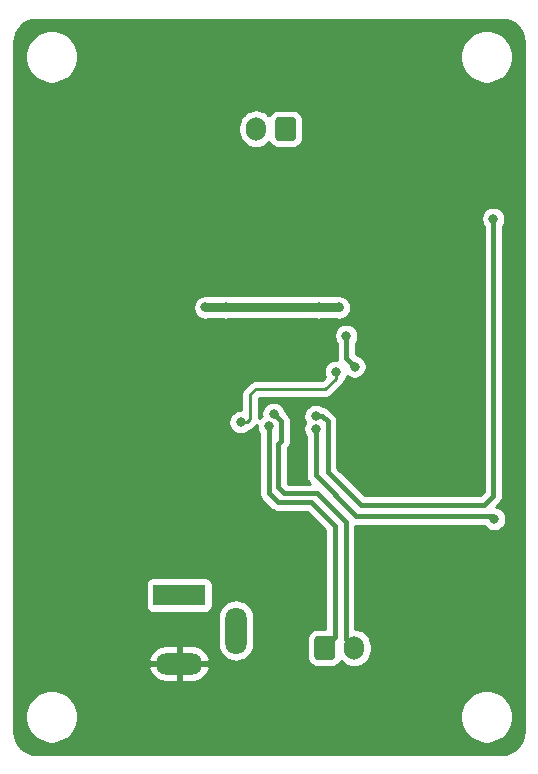
<source format=gbr>
G04 #@! TF.GenerationSoftware,KiCad,Pcbnew,(5.1.5)-2*
G04 #@! TF.CreationDate,2021-03-05T16:55:26-06:00*
G04 #@! TF.ProjectId,WirelessHeadsetPowerBoard,57697265-6c65-4737-9348-656164736574,rev?*
G04 #@! TF.SameCoordinates,Original*
G04 #@! TF.FileFunction,Copper,L2,Bot*
G04 #@! TF.FilePolarity,Positive*
%FSLAX46Y46*%
G04 Gerber Fmt 4.6, Leading zero omitted, Abs format (unit mm)*
G04 Created by KiCad (PCBNEW (5.1.5)-2) date 2021-03-05 16:55:26*
%MOMM*%
%LPD*%
G04 APERTURE LIST*
%ADD10O,1.700000X2.000000*%
%ADD11C,0.100000*%
%ADD12R,4.400000X1.800000*%
%ADD13O,4.000000X1.800000*%
%ADD14O,1.800000X4.000000*%
%ADD15C,0.800000*%
%ADD16C,0.250000*%
%ADD17C,0.381000*%
%ADD18C,0.762000*%
%ADD19C,0.254000*%
G04 APERTURE END LIST*
D10*
X156424000Y-161798000D03*
G04 #@! TA.AperFunction,ComponentPad*
D11*
G36*
X154548504Y-160799204D02*
G01*
X154572773Y-160802804D01*
X154596571Y-160808765D01*
X154619671Y-160817030D01*
X154641849Y-160827520D01*
X154662893Y-160840133D01*
X154682598Y-160854747D01*
X154700777Y-160871223D01*
X154717253Y-160889402D01*
X154731867Y-160909107D01*
X154744480Y-160930151D01*
X154754970Y-160952329D01*
X154763235Y-160975429D01*
X154769196Y-160999227D01*
X154772796Y-161023496D01*
X154774000Y-161048000D01*
X154774000Y-162548000D01*
X154772796Y-162572504D01*
X154769196Y-162596773D01*
X154763235Y-162620571D01*
X154754970Y-162643671D01*
X154744480Y-162665849D01*
X154731867Y-162686893D01*
X154717253Y-162706598D01*
X154700777Y-162724777D01*
X154682598Y-162741253D01*
X154662893Y-162755867D01*
X154641849Y-162768480D01*
X154619671Y-162778970D01*
X154596571Y-162787235D01*
X154572773Y-162793196D01*
X154548504Y-162796796D01*
X154524000Y-162798000D01*
X153324000Y-162798000D01*
X153299496Y-162796796D01*
X153275227Y-162793196D01*
X153251429Y-162787235D01*
X153228329Y-162778970D01*
X153206151Y-162768480D01*
X153185107Y-162755867D01*
X153165402Y-162741253D01*
X153147223Y-162724777D01*
X153130747Y-162706598D01*
X153116133Y-162686893D01*
X153103520Y-162665849D01*
X153093030Y-162643671D01*
X153084765Y-162620571D01*
X153078804Y-162596773D01*
X153075204Y-162572504D01*
X153074000Y-162548000D01*
X153074000Y-161048000D01*
X153075204Y-161023496D01*
X153078804Y-160999227D01*
X153084765Y-160975429D01*
X153093030Y-160952329D01*
X153103520Y-160930151D01*
X153116133Y-160909107D01*
X153130747Y-160889402D01*
X153147223Y-160871223D01*
X153165402Y-160854747D01*
X153185107Y-160840133D01*
X153206151Y-160827520D01*
X153228329Y-160817030D01*
X153251429Y-160808765D01*
X153275227Y-160802804D01*
X153299496Y-160799204D01*
X153324000Y-160798000D01*
X154524000Y-160798000D01*
X154548504Y-160799204D01*
G37*
G04 #@! TD.AperFunction*
D12*
X141605000Y-157331500D03*
D13*
X141605000Y-163131500D03*
D14*
X146405000Y-160331500D03*
D10*
X148122000Y-117856000D03*
G04 #@! TA.AperFunction,ComponentPad*
D11*
G36*
X151246504Y-116857204D02*
G01*
X151270773Y-116860804D01*
X151294571Y-116866765D01*
X151317671Y-116875030D01*
X151339849Y-116885520D01*
X151360893Y-116898133D01*
X151380598Y-116912747D01*
X151398777Y-116929223D01*
X151415253Y-116947402D01*
X151429867Y-116967107D01*
X151442480Y-116988151D01*
X151452970Y-117010329D01*
X151461235Y-117033429D01*
X151467196Y-117057227D01*
X151470796Y-117081496D01*
X151472000Y-117106000D01*
X151472000Y-118606000D01*
X151470796Y-118630504D01*
X151467196Y-118654773D01*
X151461235Y-118678571D01*
X151452970Y-118701671D01*
X151442480Y-118723849D01*
X151429867Y-118744893D01*
X151415253Y-118764598D01*
X151398777Y-118782777D01*
X151380598Y-118799253D01*
X151360893Y-118813867D01*
X151339849Y-118826480D01*
X151317671Y-118836970D01*
X151294571Y-118845235D01*
X151270773Y-118851196D01*
X151246504Y-118854796D01*
X151222000Y-118856000D01*
X150022000Y-118856000D01*
X149997496Y-118854796D01*
X149973227Y-118851196D01*
X149949429Y-118845235D01*
X149926329Y-118836970D01*
X149904151Y-118826480D01*
X149883107Y-118813867D01*
X149863402Y-118799253D01*
X149845223Y-118782777D01*
X149828747Y-118764598D01*
X149814133Y-118744893D01*
X149801520Y-118723849D01*
X149791030Y-118701671D01*
X149782765Y-118678571D01*
X149776804Y-118654773D01*
X149773204Y-118630504D01*
X149772000Y-118606000D01*
X149772000Y-117106000D01*
X149773204Y-117081496D01*
X149776804Y-117057227D01*
X149782765Y-117033429D01*
X149791030Y-117010329D01*
X149801520Y-116988151D01*
X149814133Y-116967107D01*
X149828747Y-116947402D01*
X149845223Y-116929223D01*
X149863402Y-116912747D01*
X149883107Y-116898133D01*
X149904151Y-116885520D01*
X149926329Y-116875030D01*
X149949429Y-116866765D01*
X149973227Y-116860804D01*
X149997496Y-116857204D01*
X150022000Y-116856000D01*
X151222000Y-116856000D01*
X151246504Y-116857204D01*
G37*
G04 #@! TD.AperFunction*
D15*
X144081500Y-138176000D03*
X146304000Y-140906500D03*
X142875000Y-134493000D03*
X136715500Y-141541500D03*
X149542500Y-130302000D03*
X156464000Y-134239000D03*
X158305500Y-130556000D03*
X162242500Y-126873000D03*
X161798000Y-135890000D03*
X163195000Y-140970000D03*
X163195000Y-142875000D03*
X153352500Y-138811000D03*
X166751000Y-131000500D03*
X166687500Y-145859500D03*
X146812000Y-142684500D03*
X154876500Y-138430000D03*
X155765500Y-135382000D03*
X156464000Y-137985500D03*
X155130500Y-132969000D03*
X153416000Y-132969000D03*
X143827500Y-132969000D03*
X145542000Y-132969000D03*
X153162000Y-142176500D03*
X168211500Y-125476000D03*
X153162000Y-143256000D03*
X168275000Y-150876000D03*
X149606000Y-141986000D03*
X149225000Y-143002000D03*
D16*
X147637500Y-140335000D02*
X148082000Y-139890500D01*
X148082000Y-139890500D02*
X153987500Y-139890500D01*
X153987500Y-139890500D02*
X154876500Y-139001500D01*
X154876500Y-139001500D02*
X154876500Y-138430000D01*
X154876500Y-138430000D02*
X154876500Y-138430000D01*
X147637500Y-141414500D02*
X147637500Y-142430500D01*
X147637500Y-141414500D02*
X147637500Y-140335000D01*
X147637500Y-142113000D02*
X147637500Y-141414500D01*
X147383500Y-142684500D02*
X146812000Y-142684500D01*
X147637500Y-142430500D02*
X147383500Y-142684500D01*
D17*
X155765500Y-137287000D02*
X156464000Y-137985500D01*
X155765500Y-135382000D02*
X155765500Y-137287000D01*
D18*
X153416000Y-132969000D02*
X155130500Y-132969000D01*
X143827500Y-132969000D02*
X145542000Y-132969000D01*
X145542000Y-132969000D02*
X153416000Y-132969000D01*
D17*
X153162000Y-142176500D02*
X153733500Y-142176500D01*
X153733500Y-142176500D02*
X154178000Y-142621000D01*
X154178000Y-142621000D02*
X154178000Y-146875500D01*
X154178000Y-146875500D02*
X156972000Y-149669500D01*
X156972000Y-149669500D02*
X167449500Y-149669500D01*
X167449500Y-149669500D02*
X168211500Y-148907500D01*
X168211500Y-148907500D02*
X168211500Y-125476000D01*
X168211500Y-125476000D02*
X168211500Y-125476000D01*
X153162000Y-143256000D02*
X153162000Y-147193000D01*
X153162000Y-147193000D02*
X156591000Y-150622000D01*
X156591000Y-150622000D02*
X168021000Y-150622000D01*
X168021000Y-150622000D02*
X168275000Y-150876000D01*
X168275000Y-150876000D02*
X168275000Y-150876000D01*
X155702000Y-161076000D02*
X156424000Y-161798000D01*
X155702000Y-151130000D02*
X155702000Y-161076000D01*
X153289000Y-148717000D02*
X155702000Y-151130000D01*
X150241000Y-142621000D02*
X150241000Y-144272000D01*
X149606000Y-141986000D02*
X150241000Y-142621000D01*
X150495000Y-148717000D02*
X153289000Y-148717000D01*
X150241000Y-144272000D02*
X149987000Y-144526000D01*
X149987000Y-144526000D02*
X149987000Y-148209000D01*
X149987000Y-148209000D02*
X150495000Y-148717000D01*
X154813000Y-160909000D02*
X154813000Y-151511000D01*
X149987000Y-149479000D02*
X149225000Y-148717000D01*
X153924000Y-161798000D02*
X154813000Y-160909000D01*
X149225000Y-148717000D02*
X149225000Y-143002000D01*
X154813000Y-151511000D02*
X152781000Y-149479000D01*
X152781000Y-149479000D02*
X149987000Y-149479000D01*
D19*
G36*
X169274545Y-108648909D02*
G01*
X169625208Y-108754780D01*
X169948625Y-108926744D01*
X170232484Y-109158254D01*
X170465965Y-109440486D01*
X170640183Y-109762695D01*
X170748502Y-110112614D01*
X170790001Y-110507452D01*
X170790000Y-168877721D01*
X170751091Y-169274545D01*
X170645220Y-169625206D01*
X170473257Y-169948623D01*
X170241748Y-170232482D01*
X169959514Y-170465965D01*
X169637304Y-170640184D01*
X169287385Y-170748502D01*
X168892557Y-170790000D01*
X129572279Y-170790000D01*
X129175455Y-170751091D01*
X128824794Y-170645220D01*
X128501377Y-170473257D01*
X128217518Y-170241748D01*
X127984035Y-169959514D01*
X127809816Y-169637304D01*
X127701498Y-169287385D01*
X127660000Y-168892557D01*
X127660000Y-167417746D01*
X128553419Y-167417746D01*
X128553419Y-167862254D01*
X128640138Y-168298221D01*
X128810244Y-168708892D01*
X129057199Y-169078487D01*
X129371513Y-169392801D01*
X129741108Y-169639756D01*
X130151779Y-169809862D01*
X130587746Y-169896581D01*
X131032254Y-169896581D01*
X131468221Y-169809862D01*
X131878892Y-169639756D01*
X132248487Y-169392801D01*
X132562801Y-169078487D01*
X132809756Y-168708892D01*
X132979862Y-168298221D01*
X133066581Y-167862254D01*
X133066581Y-167417746D01*
X165383419Y-167417746D01*
X165383419Y-167862254D01*
X165470138Y-168298221D01*
X165640244Y-168708892D01*
X165887199Y-169078487D01*
X166201513Y-169392801D01*
X166571108Y-169639756D01*
X166981779Y-169809862D01*
X167417746Y-169896581D01*
X167862254Y-169896581D01*
X168298221Y-169809862D01*
X168708892Y-169639756D01*
X169078487Y-169392801D01*
X169392801Y-169078487D01*
X169639756Y-168708892D01*
X169809862Y-168298221D01*
X169896581Y-167862254D01*
X169896581Y-167417746D01*
X169809862Y-166981779D01*
X169639756Y-166571108D01*
X169392801Y-166201513D01*
X169078487Y-165887199D01*
X168708892Y-165640244D01*
X168298221Y-165470138D01*
X167862254Y-165383419D01*
X167417746Y-165383419D01*
X166981779Y-165470138D01*
X166571108Y-165640244D01*
X166201513Y-165887199D01*
X165887199Y-166201513D01*
X165640244Y-166571108D01*
X165470138Y-166981779D01*
X165383419Y-167417746D01*
X133066581Y-167417746D01*
X132979862Y-166981779D01*
X132809756Y-166571108D01*
X132562801Y-166201513D01*
X132248487Y-165887199D01*
X131878892Y-165640244D01*
X131468221Y-165470138D01*
X131032254Y-165383419D01*
X130587746Y-165383419D01*
X130151779Y-165470138D01*
X129741108Y-165640244D01*
X129371513Y-165887199D01*
X129057199Y-166201513D01*
X128810244Y-166571108D01*
X128640138Y-166981779D01*
X128553419Y-167417746D01*
X127660000Y-167417746D01*
X127660000Y-163496240D01*
X139013964Y-163496240D01*
X139038245Y-163601587D01*
X139158138Y-163878704D01*
X139329790Y-164127106D01*
X139546604Y-164337248D01*
X139800249Y-164501054D01*
X140080977Y-164612229D01*
X140378000Y-164666500D01*
X141478000Y-164666500D01*
X141478000Y-163258500D01*
X141732000Y-163258500D01*
X141732000Y-164666500D01*
X142832000Y-164666500D01*
X143129023Y-164612229D01*
X143409751Y-164501054D01*
X143663396Y-164337248D01*
X143880210Y-164127106D01*
X144051862Y-163878704D01*
X144171755Y-163601587D01*
X144196036Y-163496240D01*
X144075378Y-163258500D01*
X141732000Y-163258500D01*
X141478000Y-163258500D01*
X139134622Y-163258500D01*
X139013964Y-163496240D01*
X127660000Y-163496240D01*
X127660000Y-162766760D01*
X139013964Y-162766760D01*
X139134622Y-163004500D01*
X141478000Y-163004500D01*
X141478000Y-161596500D01*
X141732000Y-161596500D01*
X141732000Y-163004500D01*
X144075378Y-163004500D01*
X144196036Y-162766760D01*
X144171755Y-162661413D01*
X144051862Y-162384296D01*
X143880210Y-162135894D01*
X143663396Y-161925752D01*
X143409751Y-161761946D01*
X143129023Y-161650771D01*
X142832000Y-161596500D01*
X141732000Y-161596500D01*
X141478000Y-161596500D01*
X140378000Y-161596500D01*
X140080977Y-161650771D01*
X139800249Y-161761946D01*
X139546604Y-161925752D01*
X139329790Y-162135894D01*
X139158138Y-162384296D01*
X139038245Y-162661413D01*
X139013964Y-162766760D01*
X127660000Y-162766760D01*
X127660000Y-159156093D01*
X144870000Y-159156093D01*
X144870001Y-161506908D01*
X144892211Y-161732413D01*
X144979984Y-162021761D01*
X145122520Y-162288427D01*
X145314340Y-162522161D01*
X145548074Y-162713981D01*
X145814740Y-162856517D01*
X146104088Y-162944290D01*
X146405000Y-162973927D01*
X146705913Y-162944290D01*
X146995261Y-162856517D01*
X147261927Y-162713981D01*
X147495661Y-162522161D01*
X147687481Y-162288427D01*
X147830017Y-162021761D01*
X147917790Y-161732413D01*
X147940000Y-161506908D01*
X147940000Y-159156092D01*
X147917790Y-158930587D01*
X147830017Y-158641239D01*
X147687481Y-158374573D01*
X147495661Y-158140839D01*
X147261926Y-157949019D01*
X146995260Y-157806483D01*
X146705912Y-157718710D01*
X146405000Y-157689073D01*
X146104087Y-157718710D01*
X145814739Y-157806483D01*
X145548073Y-157949019D01*
X145314339Y-158140839D01*
X145122519Y-158374574D01*
X144979983Y-158641240D01*
X144892210Y-158930588D01*
X144870000Y-159156093D01*
X127660000Y-159156093D01*
X127660000Y-156431500D01*
X138766928Y-156431500D01*
X138766928Y-158231500D01*
X138779188Y-158355982D01*
X138815498Y-158475680D01*
X138874463Y-158585994D01*
X138953815Y-158682685D01*
X139050506Y-158762037D01*
X139160820Y-158821002D01*
X139280518Y-158857312D01*
X139405000Y-158869572D01*
X143805000Y-158869572D01*
X143929482Y-158857312D01*
X144049180Y-158821002D01*
X144159494Y-158762037D01*
X144256185Y-158682685D01*
X144335537Y-158585994D01*
X144394502Y-158475680D01*
X144430812Y-158355982D01*
X144443072Y-158231500D01*
X144443072Y-156431500D01*
X144430812Y-156307018D01*
X144394502Y-156187320D01*
X144335537Y-156077006D01*
X144256185Y-155980315D01*
X144159494Y-155900963D01*
X144049180Y-155841998D01*
X143929482Y-155805688D01*
X143805000Y-155793428D01*
X139405000Y-155793428D01*
X139280518Y-155805688D01*
X139160820Y-155841998D01*
X139050506Y-155900963D01*
X138953815Y-155980315D01*
X138874463Y-156077006D01*
X138815498Y-156187320D01*
X138779188Y-156307018D01*
X138766928Y-156431500D01*
X127660000Y-156431500D01*
X127660000Y-142582561D01*
X145777000Y-142582561D01*
X145777000Y-142786439D01*
X145816774Y-142986398D01*
X145894795Y-143174756D01*
X146008063Y-143344274D01*
X146152226Y-143488437D01*
X146321744Y-143601705D01*
X146510102Y-143679726D01*
X146710061Y-143719500D01*
X146913939Y-143719500D01*
X147113898Y-143679726D01*
X147302256Y-143601705D01*
X147471774Y-143488437D01*
X147526077Y-143434134D01*
X147532486Y-143433503D01*
X147675747Y-143390046D01*
X147807776Y-143319474D01*
X147923501Y-143224501D01*
X147947304Y-143195497D01*
X148148497Y-142994304D01*
X148177501Y-142970501D01*
X148190000Y-142955271D01*
X148190000Y-143103939D01*
X148229774Y-143303898D01*
X148307795Y-143492256D01*
X148399501Y-143629504D01*
X148399500Y-148676449D01*
X148395506Y-148717000D01*
X148399500Y-148757550D01*
X148399500Y-148757552D01*
X148411444Y-148878825D01*
X148442075Y-148979801D01*
X148458647Y-149034433D01*
X148535301Y-149177842D01*
X148569214Y-149219165D01*
X148638459Y-149303541D01*
X148669965Y-149329397D01*
X149374611Y-150034044D01*
X149400459Y-150065541D01*
X149431955Y-150091389D01*
X149431958Y-150091392D01*
X149526157Y-150168699D01*
X149669566Y-150245353D01*
X149825174Y-150292556D01*
X149946447Y-150304500D01*
X149946449Y-150304500D01*
X149987000Y-150308494D01*
X150027550Y-150304500D01*
X152439068Y-150304500D01*
X153987501Y-151852934D01*
X153987500Y-160159928D01*
X153324000Y-160159928D01*
X153150746Y-160176992D01*
X152984150Y-160227528D01*
X152830614Y-160309595D01*
X152696038Y-160420038D01*
X152585595Y-160554614D01*
X152503528Y-160708150D01*
X152452992Y-160874746D01*
X152435928Y-161048000D01*
X152435928Y-162548000D01*
X152452992Y-162721254D01*
X152503528Y-162887850D01*
X152585595Y-163041386D01*
X152696038Y-163175962D01*
X152830614Y-163286405D01*
X152984150Y-163368472D01*
X153150746Y-163419008D01*
X153324000Y-163436072D01*
X154524000Y-163436072D01*
X154697254Y-163419008D01*
X154863850Y-163368472D01*
X155017386Y-163286405D01*
X155151962Y-163175962D01*
X155262405Y-163041386D01*
X155316777Y-162939663D01*
X155368866Y-163003134D01*
X155594987Y-163188706D01*
X155852967Y-163326599D01*
X156132890Y-163411513D01*
X156424000Y-163440185D01*
X156715111Y-163411513D01*
X156995034Y-163326599D01*
X157253014Y-163188706D01*
X157479134Y-163003134D01*
X157664706Y-162777014D01*
X157802599Y-162519033D01*
X157887513Y-162239110D01*
X157909000Y-162020949D01*
X157909000Y-161575050D01*
X157887513Y-161356889D01*
X157802599Y-161076966D01*
X157664706Y-160818986D01*
X157479134Y-160592866D01*
X157253013Y-160407294D01*
X156995033Y-160269401D01*
X156715110Y-160184487D01*
X156527500Y-160166009D01*
X156527500Y-151445240D01*
X156550447Y-151447500D01*
X156550449Y-151447500D01*
X156590999Y-151451494D01*
X156631550Y-151447500D01*
X167412080Y-151447500D01*
X167471063Y-151535774D01*
X167615226Y-151679937D01*
X167784744Y-151793205D01*
X167973102Y-151871226D01*
X168173061Y-151911000D01*
X168376939Y-151911000D01*
X168576898Y-151871226D01*
X168765256Y-151793205D01*
X168934774Y-151679937D01*
X169078937Y-151535774D01*
X169192205Y-151366256D01*
X169270226Y-151177898D01*
X169310000Y-150977939D01*
X169310000Y-150774061D01*
X169270226Y-150574102D01*
X169192205Y-150385744D01*
X169078937Y-150216226D01*
X168934774Y-150072063D01*
X168765256Y-149958795D01*
X168576898Y-149880774D01*
X168434069Y-149852364D01*
X168766546Y-149519888D01*
X168798041Y-149494041D01*
X168823889Y-149462545D01*
X168823892Y-149462542D01*
X168901199Y-149368343D01*
X168977853Y-149224934D01*
X168982790Y-149208658D01*
X169025056Y-149069326D01*
X169037000Y-148948053D01*
X169037000Y-148948051D01*
X169040994Y-148907500D01*
X169037000Y-148866950D01*
X169037000Y-126103503D01*
X169128705Y-125966256D01*
X169206726Y-125777898D01*
X169246500Y-125577939D01*
X169246500Y-125374061D01*
X169206726Y-125174102D01*
X169128705Y-124985744D01*
X169015437Y-124816226D01*
X168871274Y-124672063D01*
X168701756Y-124558795D01*
X168513398Y-124480774D01*
X168313439Y-124441000D01*
X168109561Y-124441000D01*
X167909602Y-124480774D01*
X167721244Y-124558795D01*
X167551726Y-124672063D01*
X167407563Y-124816226D01*
X167294295Y-124985744D01*
X167216274Y-125174102D01*
X167176500Y-125374061D01*
X167176500Y-125577939D01*
X167216274Y-125777898D01*
X167294295Y-125966256D01*
X167386001Y-126103504D01*
X167386000Y-148565567D01*
X167107567Y-148844000D01*
X157313934Y-148844000D01*
X155003500Y-146533568D01*
X155003500Y-142661550D01*
X155007494Y-142621000D01*
X155003405Y-142579486D01*
X154991556Y-142459174D01*
X154944353Y-142303566D01*
X154867699Y-142160158D01*
X154764541Y-142034459D01*
X154733035Y-142008603D01*
X154345898Y-141621466D01*
X154320041Y-141589959D01*
X154194342Y-141486801D01*
X154050934Y-141410147D01*
X153895326Y-141362944D01*
X153792174Y-141352785D01*
X153652256Y-141259295D01*
X153463898Y-141181274D01*
X153263939Y-141141500D01*
X153060061Y-141141500D01*
X152860102Y-141181274D01*
X152671744Y-141259295D01*
X152502226Y-141372563D01*
X152358063Y-141516726D01*
X152244795Y-141686244D01*
X152166774Y-141874602D01*
X152127000Y-142074561D01*
X152127000Y-142278439D01*
X152166774Y-142478398D01*
X152244795Y-142666756D01*
X152277866Y-142716250D01*
X152244795Y-142765744D01*
X152166774Y-142954102D01*
X152127000Y-143154061D01*
X152127000Y-143357939D01*
X152166774Y-143557898D01*
X152244795Y-143746256D01*
X152336500Y-143883503D01*
X152336501Y-147152440D01*
X152332506Y-147193000D01*
X152348445Y-147354826D01*
X152395647Y-147510433D01*
X152472301Y-147653842D01*
X152501201Y-147689056D01*
X152575460Y-147779541D01*
X152606961Y-147805393D01*
X152693068Y-147891500D01*
X150836932Y-147891500D01*
X150812500Y-147867068D01*
X150812500Y-144870885D01*
X150827541Y-144858541D01*
X150930699Y-144732842D01*
X151007353Y-144589434D01*
X151054556Y-144433826D01*
X151066500Y-144312553D01*
X151066500Y-144312551D01*
X151070494Y-144272001D01*
X151066500Y-144231450D01*
X151066500Y-142661550D01*
X151070494Y-142621000D01*
X151066405Y-142579486D01*
X151054556Y-142459174D01*
X151007353Y-142303566D01*
X150948919Y-142194244D01*
X150930699Y-142160157D01*
X150853392Y-142065958D01*
X150853389Y-142065955D01*
X150827541Y-142034459D01*
X150796045Y-142008612D01*
X150633428Y-141845995D01*
X150601226Y-141684102D01*
X150523205Y-141495744D01*
X150409937Y-141326226D01*
X150265774Y-141182063D01*
X150096256Y-141068795D01*
X149907898Y-140990774D01*
X149707939Y-140951000D01*
X149504061Y-140951000D01*
X149304102Y-140990774D01*
X149115744Y-141068795D01*
X148946226Y-141182063D01*
X148802063Y-141326226D01*
X148688795Y-141495744D01*
X148610774Y-141684102D01*
X148571000Y-141884061D01*
X148571000Y-142087939D01*
X148589658Y-142181738D01*
X148565226Y-142198063D01*
X148421063Y-142342226D01*
X148397500Y-142377491D01*
X148397500Y-140650500D01*
X153950178Y-140650500D01*
X153987500Y-140654176D01*
X154024822Y-140650500D01*
X154024833Y-140650500D01*
X154136486Y-140639503D01*
X154279747Y-140596046D01*
X154411776Y-140525474D01*
X154527501Y-140430501D01*
X154551303Y-140401498D01*
X155387504Y-139565298D01*
X155416501Y-139541501D01*
X155511474Y-139425776D01*
X155582046Y-139293747D01*
X155625503Y-139150486D01*
X155626134Y-139144077D01*
X155680437Y-139089774D01*
X155793705Y-138920256D01*
X155838427Y-138812289D01*
X155973744Y-138902705D01*
X156162102Y-138980726D01*
X156362061Y-139020500D01*
X156565939Y-139020500D01*
X156765898Y-138980726D01*
X156954256Y-138902705D01*
X157123774Y-138789437D01*
X157267937Y-138645274D01*
X157381205Y-138475756D01*
X157459226Y-138287398D01*
X157499000Y-138087439D01*
X157499000Y-137883561D01*
X157459226Y-137683602D01*
X157381205Y-137495244D01*
X157267937Y-137325726D01*
X157123774Y-137181563D01*
X156954256Y-137068295D01*
X156765898Y-136990274D01*
X156604004Y-136958072D01*
X156591000Y-136945068D01*
X156591000Y-136009503D01*
X156682705Y-135872256D01*
X156760726Y-135683898D01*
X156800500Y-135483939D01*
X156800500Y-135280061D01*
X156760726Y-135080102D01*
X156682705Y-134891744D01*
X156569437Y-134722226D01*
X156425274Y-134578063D01*
X156255756Y-134464795D01*
X156067398Y-134386774D01*
X155867439Y-134347000D01*
X155663561Y-134347000D01*
X155463602Y-134386774D01*
X155275244Y-134464795D01*
X155105726Y-134578063D01*
X154961563Y-134722226D01*
X154848295Y-134891744D01*
X154770274Y-135080102D01*
X154730500Y-135280061D01*
X154730500Y-135483939D01*
X154770274Y-135683898D01*
X154848295Y-135872256D01*
X154940000Y-136009503D01*
X154940001Y-137246440D01*
X154936006Y-137287000D01*
X154946643Y-137395000D01*
X154774561Y-137395000D01*
X154574602Y-137434774D01*
X154386244Y-137512795D01*
X154216726Y-137626063D01*
X154072563Y-137770226D01*
X153959295Y-137939744D01*
X153881274Y-138128102D01*
X153841500Y-138328061D01*
X153841500Y-138531939D01*
X153881274Y-138731898D01*
X153936932Y-138866267D01*
X153672699Y-139130500D01*
X148119323Y-139130500D01*
X148082000Y-139126824D01*
X148044677Y-139130500D01*
X148044667Y-139130500D01*
X147933014Y-139141497D01*
X147789753Y-139184954D01*
X147657723Y-139255526D01*
X147615146Y-139290469D01*
X147541999Y-139350499D01*
X147518196Y-139379503D01*
X147126498Y-139771201D01*
X147097500Y-139794999D01*
X147073702Y-139823997D01*
X147073701Y-139823998D01*
X147002526Y-139910724D01*
X146931954Y-140042754D01*
X146901680Y-140142558D01*
X146889490Y-140182746D01*
X146888498Y-140186015D01*
X146873824Y-140335000D01*
X146877501Y-140372332D01*
X146877500Y-141377166D01*
X146877500Y-141649500D01*
X146710061Y-141649500D01*
X146510102Y-141689274D01*
X146321744Y-141767295D01*
X146152226Y-141880563D01*
X146008063Y-142024726D01*
X145894795Y-142194244D01*
X145816774Y-142382602D01*
X145777000Y-142582561D01*
X127660000Y-142582561D01*
X127660000Y-132867061D01*
X142792500Y-132867061D01*
X142792500Y-133070939D01*
X142832274Y-133270898D01*
X142910295Y-133459256D01*
X143023563Y-133628774D01*
X143167726Y-133772937D01*
X143337244Y-133886205D01*
X143525602Y-133964226D01*
X143725561Y-134004000D01*
X143929439Y-134004000D01*
X144024959Y-133985000D01*
X145344541Y-133985000D01*
X145440061Y-134004000D01*
X145643939Y-134004000D01*
X145739459Y-133985000D01*
X153218541Y-133985000D01*
X153314061Y-134004000D01*
X153517939Y-134004000D01*
X153613459Y-133985000D01*
X154933041Y-133985000D01*
X155028561Y-134004000D01*
X155232439Y-134004000D01*
X155432398Y-133964226D01*
X155620756Y-133886205D01*
X155790274Y-133772937D01*
X155934437Y-133628774D01*
X156047705Y-133459256D01*
X156125726Y-133270898D01*
X156165500Y-133070939D01*
X156165500Y-132867061D01*
X156125726Y-132667102D01*
X156047705Y-132478744D01*
X155934437Y-132309226D01*
X155790274Y-132165063D01*
X155620756Y-132051795D01*
X155432398Y-131973774D01*
X155232439Y-131934000D01*
X155028561Y-131934000D01*
X154933041Y-131953000D01*
X153613459Y-131953000D01*
X153517939Y-131934000D01*
X153314061Y-131934000D01*
X153218541Y-131953000D01*
X145739459Y-131953000D01*
X145643939Y-131934000D01*
X145440061Y-131934000D01*
X145344541Y-131953000D01*
X144024959Y-131953000D01*
X143929439Y-131934000D01*
X143725561Y-131934000D01*
X143525602Y-131973774D01*
X143337244Y-132051795D01*
X143167726Y-132165063D01*
X143023563Y-132309226D01*
X142910295Y-132478744D01*
X142832274Y-132667102D01*
X142792500Y-132867061D01*
X127660000Y-132867061D01*
X127660000Y-117633050D01*
X146637000Y-117633050D01*
X146637000Y-118078949D01*
X146658487Y-118297110D01*
X146743401Y-118577033D01*
X146881294Y-118835013D01*
X147066866Y-119061134D01*
X147292986Y-119246706D01*
X147550966Y-119384599D01*
X147830889Y-119469513D01*
X148122000Y-119498185D01*
X148413110Y-119469513D01*
X148693033Y-119384599D01*
X148951013Y-119246706D01*
X149177134Y-119061134D01*
X149229223Y-118997663D01*
X149283595Y-119099386D01*
X149394038Y-119233962D01*
X149528614Y-119344405D01*
X149682150Y-119426472D01*
X149848746Y-119477008D01*
X150022000Y-119494072D01*
X151222000Y-119494072D01*
X151395254Y-119477008D01*
X151561850Y-119426472D01*
X151715386Y-119344405D01*
X151849962Y-119233962D01*
X151960405Y-119099386D01*
X152042472Y-118945850D01*
X152093008Y-118779254D01*
X152110072Y-118606000D01*
X152110072Y-117106000D01*
X152093008Y-116932746D01*
X152042472Y-116766150D01*
X151960405Y-116612614D01*
X151849962Y-116478038D01*
X151715386Y-116367595D01*
X151561850Y-116285528D01*
X151395254Y-116234992D01*
X151222000Y-116217928D01*
X150022000Y-116217928D01*
X149848746Y-116234992D01*
X149682150Y-116285528D01*
X149528614Y-116367595D01*
X149394038Y-116478038D01*
X149283595Y-116612614D01*
X149229223Y-116714337D01*
X149177134Y-116650866D01*
X148951014Y-116465294D01*
X148693034Y-116327401D01*
X148413111Y-116242487D01*
X148122000Y-116213815D01*
X147830890Y-116242487D01*
X147550967Y-116327401D01*
X147292987Y-116465294D01*
X147066866Y-116650866D01*
X146881294Y-116876986D01*
X146743401Y-117134966D01*
X146658487Y-117414889D01*
X146637000Y-117633050D01*
X127660000Y-117633050D01*
X127660000Y-111537746D01*
X128553419Y-111537746D01*
X128553419Y-111982254D01*
X128640138Y-112418221D01*
X128810244Y-112828892D01*
X129057199Y-113198487D01*
X129371513Y-113512801D01*
X129741108Y-113759756D01*
X130151779Y-113929862D01*
X130587746Y-114016581D01*
X131032254Y-114016581D01*
X131468221Y-113929862D01*
X131878892Y-113759756D01*
X132248487Y-113512801D01*
X132562801Y-113198487D01*
X132809756Y-112828892D01*
X132979862Y-112418221D01*
X133066581Y-111982254D01*
X133066581Y-111537746D01*
X165383419Y-111537746D01*
X165383419Y-111982254D01*
X165470138Y-112418221D01*
X165640244Y-112828892D01*
X165887199Y-113198487D01*
X166201513Y-113512801D01*
X166571108Y-113759756D01*
X166981779Y-113929862D01*
X167417746Y-114016581D01*
X167862254Y-114016581D01*
X168298221Y-113929862D01*
X168708892Y-113759756D01*
X169078487Y-113512801D01*
X169392801Y-113198487D01*
X169639756Y-112828892D01*
X169809862Y-112418221D01*
X169896581Y-111982254D01*
X169896581Y-111537746D01*
X169809862Y-111101779D01*
X169639756Y-110691108D01*
X169392801Y-110321513D01*
X169078487Y-110007199D01*
X168708892Y-109760244D01*
X168298221Y-109590138D01*
X167862254Y-109503419D01*
X167417746Y-109503419D01*
X166981779Y-109590138D01*
X166571108Y-109760244D01*
X166201513Y-110007199D01*
X165887199Y-110321513D01*
X165640244Y-110691108D01*
X165470138Y-111101779D01*
X165383419Y-111537746D01*
X133066581Y-111537746D01*
X132979862Y-111101779D01*
X132809756Y-110691108D01*
X132562801Y-110321513D01*
X132248487Y-110007199D01*
X131878892Y-109760244D01*
X131468221Y-109590138D01*
X131032254Y-109503419D01*
X130587746Y-109503419D01*
X130151779Y-109590138D01*
X129741108Y-109760244D01*
X129371513Y-110007199D01*
X129057199Y-110321513D01*
X128810244Y-110691108D01*
X128640138Y-111101779D01*
X128553419Y-111537746D01*
X127660000Y-111537746D01*
X127660000Y-110522279D01*
X127698909Y-110125455D01*
X127804780Y-109774792D01*
X127976744Y-109451375D01*
X128208254Y-109167516D01*
X128490486Y-108934035D01*
X128812695Y-108759817D01*
X129162614Y-108651498D01*
X129557443Y-108610000D01*
X168877721Y-108610000D01*
X169274545Y-108648909D01*
G37*
X169274545Y-108648909D02*
X169625208Y-108754780D01*
X169948625Y-108926744D01*
X170232484Y-109158254D01*
X170465965Y-109440486D01*
X170640183Y-109762695D01*
X170748502Y-110112614D01*
X170790001Y-110507452D01*
X170790000Y-168877721D01*
X170751091Y-169274545D01*
X170645220Y-169625206D01*
X170473257Y-169948623D01*
X170241748Y-170232482D01*
X169959514Y-170465965D01*
X169637304Y-170640184D01*
X169287385Y-170748502D01*
X168892557Y-170790000D01*
X129572279Y-170790000D01*
X129175455Y-170751091D01*
X128824794Y-170645220D01*
X128501377Y-170473257D01*
X128217518Y-170241748D01*
X127984035Y-169959514D01*
X127809816Y-169637304D01*
X127701498Y-169287385D01*
X127660000Y-168892557D01*
X127660000Y-167417746D01*
X128553419Y-167417746D01*
X128553419Y-167862254D01*
X128640138Y-168298221D01*
X128810244Y-168708892D01*
X129057199Y-169078487D01*
X129371513Y-169392801D01*
X129741108Y-169639756D01*
X130151779Y-169809862D01*
X130587746Y-169896581D01*
X131032254Y-169896581D01*
X131468221Y-169809862D01*
X131878892Y-169639756D01*
X132248487Y-169392801D01*
X132562801Y-169078487D01*
X132809756Y-168708892D01*
X132979862Y-168298221D01*
X133066581Y-167862254D01*
X133066581Y-167417746D01*
X165383419Y-167417746D01*
X165383419Y-167862254D01*
X165470138Y-168298221D01*
X165640244Y-168708892D01*
X165887199Y-169078487D01*
X166201513Y-169392801D01*
X166571108Y-169639756D01*
X166981779Y-169809862D01*
X167417746Y-169896581D01*
X167862254Y-169896581D01*
X168298221Y-169809862D01*
X168708892Y-169639756D01*
X169078487Y-169392801D01*
X169392801Y-169078487D01*
X169639756Y-168708892D01*
X169809862Y-168298221D01*
X169896581Y-167862254D01*
X169896581Y-167417746D01*
X169809862Y-166981779D01*
X169639756Y-166571108D01*
X169392801Y-166201513D01*
X169078487Y-165887199D01*
X168708892Y-165640244D01*
X168298221Y-165470138D01*
X167862254Y-165383419D01*
X167417746Y-165383419D01*
X166981779Y-165470138D01*
X166571108Y-165640244D01*
X166201513Y-165887199D01*
X165887199Y-166201513D01*
X165640244Y-166571108D01*
X165470138Y-166981779D01*
X165383419Y-167417746D01*
X133066581Y-167417746D01*
X132979862Y-166981779D01*
X132809756Y-166571108D01*
X132562801Y-166201513D01*
X132248487Y-165887199D01*
X131878892Y-165640244D01*
X131468221Y-165470138D01*
X131032254Y-165383419D01*
X130587746Y-165383419D01*
X130151779Y-165470138D01*
X129741108Y-165640244D01*
X129371513Y-165887199D01*
X129057199Y-166201513D01*
X128810244Y-166571108D01*
X128640138Y-166981779D01*
X128553419Y-167417746D01*
X127660000Y-167417746D01*
X127660000Y-163496240D01*
X139013964Y-163496240D01*
X139038245Y-163601587D01*
X139158138Y-163878704D01*
X139329790Y-164127106D01*
X139546604Y-164337248D01*
X139800249Y-164501054D01*
X140080977Y-164612229D01*
X140378000Y-164666500D01*
X141478000Y-164666500D01*
X141478000Y-163258500D01*
X141732000Y-163258500D01*
X141732000Y-164666500D01*
X142832000Y-164666500D01*
X143129023Y-164612229D01*
X143409751Y-164501054D01*
X143663396Y-164337248D01*
X143880210Y-164127106D01*
X144051862Y-163878704D01*
X144171755Y-163601587D01*
X144196036Y-163496240D01*
X144075378Y-163258500D01*
X141732000Y-163258500D01*
X141478000Y-163258500D01*
X139134622Y-163258500D01*
X139013964Y-163496240D01*
X127660000Y-163496240D01*
X127660000Y-162766760D01*
X139013964Y-162766760D01*
X139134622Y-163004500D01*
X141478000Y-163004500D01*
X141478000Y-161596500D01*
X141732000Y-161596500D01*
X141732000Y-163004500D01*
X144075378Y-163004500D01*
X144196036Y-162766760D01*
X144171755Y-162661413D01*
X144051862Y-162384296D01*
X143880210Y-162135894D01*
X143663396Y-161925752D01*
X143409751Y-161761946D01*
X143129023Y-161650771D01*
X142832000Y-161596500D01*
X141732000Y-161596500D01*
X141478000Y-161596500D01*
X140378000Y-161596500D01*
X140080977Y-161650771D01*
X139800249Y-161761946D01*
X139546604Y-161925752D01*
X139329790Y-162135894D01*
X139158138Y-162384296D01*
X139038245Y-162661413D01*
X139013964Y-162766760D01*
X127660000Y-162766760D01*
X127660000Y-159156093D01*
X144870000Y-159156093D01*
X144870001Y-161506908D01*
X144892211Y-161732413D01*
X144979984Y-162021761D01*
X145122520Y-162288427D01*
X145314340Y-162522161D01*
X145548074Y-162713981D01*
X145814740Y-162856517D01*
X146104088Y-162944290D01*
X146405000Y-162973927D01*
X146705913Y-162944290D01*
X146995261Y-162856517D01*
X147261927Y-162713981D01*
X147495661Y-162522161D01*
X147687481Y-162288427D01*
X147830017Y-162021761D01*
X147917790Y-161732413D01*
X147940000Y-161506908D01*
X147940000Y-159156092D01*
X147917790Y-158930587D01*
X147830017Y-158641239D01*
X147687481Y-158374573D01*
X147495661Y-158140839D01*
X147261926Y-157949019D01*
X146995260Y-157806483D01*
X146705912Y-157718710D01*
X146405000Y-157689073D01*
X146104087Y-157718710D01*
X145814739Y-157806483D01*
X145548073Y-157949019D01*
X145314339Y-158140839D01*
X145122519Y-158374574D01*
X144979983Y-158641240D01*
X144892210Y-158930588D01*
X144870000Y-159156093D01*
X127660000Y-159156093D01*
X127660000Y-156431500D01*
X138766928Y-156431500D01*
X138766928Y-158231500D01*
X138779188Y-158355982D01*
X138815498Y-158475680D01*
X138874463Y-158585994D01*
X138953815Y-158682685D01*
X139050506Y-158762037D01*
X139160820Y-158821002D01*
X139280518Y-158857312D01*
X139405000Y-158869572D01*
X143805000Y-158869572D01*
X143929482Y-158857312D01*
X144049180Y-158821002D01*
X144159494Y-158762037D01*
X144256185Y-158682685D01*
X144335537Y-158585994D01*
X144394502Y-158475680D01*
X144430812Y-158355982D01*
X144443072Y-158231500D01*
X144443072Y-156431500D01*
X144430812Y-156307018D01*
X144394502Y-156187320D01*
X144335537Y-156077006D01*
X144256185Y-155980315D01*
X144159494Y-155900963D01*
X144049180Y-155841998D01*
X143929482Y-155805688D01*
X143805000Y-155793428D01*
X139405000Y-155793428D01*
X139280518Y-155805688D01*
X139160820Y-155841998D01*
X139050506Y-155900963D01*
X138953815Y-155980315D01*
X138874463Y-156077006D01*
X138815498Y-156187320D01*
X138779188Y-156307018D01*
X138766928Y-156431500D01*
X127660000Y-156431500D01*
X127660000Y-142582561D01*
X145777000Y-142582561D01*
X145777000Y-142786439D01*
X145816774Y-142986398D01*
X145894795Y-143174756D01*
X146008063Y-143344274D01*
X146152226Y-143488437D01*
X146321744Y-143601705D01*
X146510102Y-143679726D01*
X146710061Y-143719500D01*
X146913939Y-143719500D01*
X147113898Y-143679726D01*
X147302256Y-143601705D01*
X147471774Y-143488437D01*
X147526077Y-143434134D01*
X147532486Y-143433503D01*
X147675747Y-143390046D01*
X147807776Y-143319474D01*
X147923501Y-143224501D01*
X147947304Y-143195497D01*
X148148497Y-142994304D01*
X148177501Y-142970501D01*
X148190000Y-142955271D01*
X148190000Y-143103939D01*
X148229774Y-143303898D01*
X148307795Y-143492256D01*
X148399501Y-143629504D01*
X148399500Y-148676449D01*
X148395506Y-148717000D01*
X148399500Y-148757550D01*
X148399500Y-148757552D01*
X148411444Y-148878825D01*
X148442075Y-148979801D01*
X148458647Y-149034433D01*
X148535301Y-149177842D01*
X148569214Y-149219165D01*
X148638459Y-149303541D01*
X148669965Y-149329397D01*
X149374611Y-150034044D01*
X149400459Y-150065541D01*
X149431955Y-150091389D01*
X149431958Y-150091392D01*
X149526157Y-150168699D01*
X149669566Y-150245353D01*
X149825174Y-150292556D01*
X149946447Y-150304500D01*
X149946449Y-150304500D01*
X149987000Y-150308494D01*
X150027550Y-150304500D01*
X152439068Y-150304500D01*
X153987501Y-151852934D01*
X153987500Y-160159928D01*
X153324000Y-160159928D01*
X153150746Y-160176992D01*
X152984150Y-160227528D01*
X152830614Y-160309595D01*
X152696038Y-160420038D01*
X152585595Y-160554614D01*
X152503528Y-160708150D01*
X152452992Y-160874746D01*
X152435928Y-161048000D01*
X152435928Y-162548000D01*
X152452992Y-162721254D01*
X152503528Y-162887850D01*
X152585595Y-163041386D01*
X152696038Y-163175962D01*
X152830614Y-163286405D01*
X152984150Y-163368472D01*
X153150746Y-163419008D01*
X153324000Y-163436072D01*
X154524000Y-163436072D01*
X154697254Y-163419008D01*
X154863850Y-163368472D01*
X155017386Y-163286405D01*
X155151962Y-163175962D01*
X155262405Y-163041386D01*
X155316777Y-162939663D01*
X155368866Y-163003134D01*
X155594987Y-163188706D01*
X155852967Y-163326599D01*
X156132890Y-163411513D01*
X156424000Y-163440185D01*
X156715111Y-163411513D01*
X156995034Y-163326599D01*
X157253014Y-163188706D01*
X157479134Y-163003134D01*
X157664706Y-162777014D01*
X157802599Y-162519033D01*
X157887513Y-162239110D01*
X157909000Y-162020949D01*
X157909000Y-161575050D01*
X157887513Y-161356889D01*
X157802599Y-161076966D01*
X157664706Y-160818986D01*
X157479134Y-160592866D01*
X157253013Y-160407294D01*
X156995033Y-160269401D01*
X156715110Y-160184487D01*
X156527500Y-160166009D01*
X156527500Y-151445240D01*
X156550447Y-151447500D01*
X156550449Y-151447500D01*
X156590999Y-151451494D01*
X156631550Y-151447500D01*
X167412080Y-151447500D01*
X167471063Y-151535774D01*
X167615226Y-151679937D01*
X167784744Y-151793205D01*
X167973102Y-151871226D01*
X168173061Y-151911000D01*
X168376939Y-151911000D01*
X168576898Y-151871226D01*
X168765256Y-151793205D01*
X168934774Y-151679937D01*
X169078937Y-151535774D01*
X169192205Y-151366256D01*
X169270226Y-151177898D01*
X169310000Y-150977939D01*
X169310000Y-150774061D01*
X169270226Y-150574102D01*
X169192205Y-150385744D01*
X169078937Y-150216226D01*
X168934774Y-150072063D01*
X168765256Y-149958795D01*
X168576898Y-149880774D01*
X168434069Y-149852364D01*
X168766546Y-149519888D01*
X168798041Y-149494041D01*
X168823889Y-149462545D01*
X168823892Y-149462542D01*
X168901199Y-149368343D01*
X168977853Y-149224934D01*
X168982790Y-149208658D01*
X169025056Y-149069326D01*
X169037000Y-148948053D01*
X169037000Y-148948051D01*
X169040994Y-148907500D01*
X169037000Y-148866950D01*
X169037000Y-126103503D01*
X169128705Y-125966256D01*
X169206726Y-125777898D01*
X169246500Y-125577939D01*
X169246500Y-125374061D01*
X169206726Y-125174102D01*
X169128705Y-124985744D01*
X169015437Y-124816226D01*
X168871274Y-124672063D01*
X168701756Y-124558795D01*
X168513398Y-124480774D01*
X168313439Y-124441000D01*
X168109561Y-124441000D01*
X167909602Y-124480774D01*
X167721244Y-124558795D01*
X167551726Y-124672063D01*
X167407563Y-124816226D01*
X167294295Y-124985744D01*
X167216274Y-125174102D01*
X167176500Y-125374061D01*
X167176500Y-125577939D01*
X167216274Y-125777898D01*
X167294295Y-125966256D01*
X167386001Y-126103504D01*
X167386000Y-148565567D01*
X167107567Y-148844000D01*
X157313934Y-148844000D01*
X155003500Y-146533568D01*
X155003500Y-142661550D01*
X155007494Y-142621000D01*
X155003405Y-142579486D01*
X154991556Y-142459174D01*
X154944353Y-142303566D01*
X154867699Y-142160158D01*
X154764541Y-142034459D01*
X154733035Y-142008603D01*
X154345898Y-141621466D01*
X154320041Y-141589959D01*
X154194342Y-141486801D01*
X154050934Y-141410147D01*
X153895326Y-141362944D01*
X153792174Y-141352785D01*
X153652256Y-141259295D01*
X153463898Y-141181274D01*
X153263939Y-141141500D01*
X153060061Y-141141500D01*
X152860102Y-141181274D01*
X152671744Y-141259295D01*
X152502226Y-141372563D01*
X152358063Y-141516726D01*
X152244795Y-141686244D01*
X152166774Y-141874602D01*
X152127000Y-142074561D01*
X152127000Y-142278439D01*
X152166774Y-142478398D01*
X152244795Y-142666756D01*
X152277866Y-142716250D01*
X152244795Y-142765744D01*
X152166774Y-142954102D01*
X152127000Y-143154061D01*
X152127000Y-143357939D01*
X152166774Y-143557898D01*
X152244795Y-143746256D01*
X152336500Y-143883503D01*
X152336501Y-147152440D01*
X152332506Y-147193000D01*
X152348445Y-147354826D01*
X152395647Y-147510433D01*
X152472301Y-147653842D01*
X152501201Y-147689056D01*
X152575460Y-147779541D01*
X152606961Y-147805393D01*
X152693068Y-147891500D01*
X150836932Y-147891500D01*
X150812500Y-147867068D01*
X150812500Y-144870885D01*
X150827541Y-144858541D01*
X150930699Y-144732842D01*
X151007353Y-144589434D01*
X151054556Y-144433826D01*
X151066500Y-144312553D01*
X151066500Y-144312551D01*
X151070494Y-144272001D01*
X151066500Y-144231450D01*
X151066500Y-142661550D01*
X151070494Y-142621000D01*
X151066405Y-142579486D01*
X151054556Y-142459174D01*
X151007353Y-142303566D01*
X150948919Y-142194244D01*
X150930699Y-142160157D01*
X150853392Y-142065958D01*
X150853389Y-142065955D01*
X150827541Y-142034459D01*
X150796045Y-142008612D01*
X150633428Y-141845995D01*
X150601226Y-141684102D01*
X150523205Y-141495744D01*
X150409937Y-141326226D01*
X150265774Y-141182063D01*
X150096256Y-141068795D01*
X149907898Y-140990774D01*
X149707939Y-140951000D01*
X149504061Y-140951000D01*
X149304102Y-140990774D01*
X149115744Y-141068795D01*
X148946226Y-141182063D01*
X148802063Y-141326226D01*
X148688795Y-141495744D01*
X148610774Y-141684102D01*
X148571000Y-141884061D01*
X148571000Y-142087939D01*
X148589658Y-142181738D01*
X148565226Y-142198063D01*
X148421063Y-142342226D01*
X148397500Y-142377491D01*
X148397500Y-140650500D01*
X153950178Y-140650500D01*
X153987500Y-140654176D01*
X154024822Y-140650500D01*
X154024833Y-140650500D01*
X154136486Y-140639503D01*
X154279747Y-140596046D01*
X154411776Y-140525474D01*
X154527501Y-140430501D01*
X154551303Y-140401498D01*
X155387504Y-139565298D01*
X155416501Y-139541501D01*
X155511474Y-139425776D01*
X155582046Y-139293747D01*
X155625503Y-139150486D01*
X155626134Y-139144077D01*
X155680437Y-139089774D01*
X155793705Y-138920256D01*
X155838427Y-138812289D01*
X155973744Y-138902705D01*
X156162102Y-138980726D01*
X156362061Y-139020500D01*
X156565939Y-139020500D01*
X156765898Y-138980726D01*
X156954256Y-138902705D01*
X157123774Y-138789437D01*
X157267937Y-138645274D01*
X157381205Y-138475756D01*
X157459226Y-138287398D01*
X157499000Y-138087439D01*
X157499000Y-137883561D01*
X157459226Y-137683602D01*
X157381205Y-137495244D01*
X157267937Y-137325726D01*
X157123774Y-137181563D01*
X156954256Y-137068295D01*
X156765898Y-136990274D01*
X156604004Y-136958072D01*
X156591000Y-136945068D01*
X156591000Y-136009503D01*
X156682705Y-135872256D01*
X156760726Y-135683898D01*
X156800500Y-135483939D01*
X156800500Y-135280061D01*
X156760726Y-135080102D01*
X156682705Y-134891744D01*
X156569437Y-134722226D01*
X156425274Y-134578063D01*
X156255756Y-134464795D01*
X156067398Y-134386774D01*
X155867439Y-134347000D01*
X155663561Y-134347000D01*
X155463602Y-134386774D01*
X155275244Y-134464795D01*
X155105726Y-134578063D01*
X154961563Y-134722226D01*
X154848295Y-134891744D01*
X154770274Y-135080102D01*
X154730500Y-135280061D01*
X154730500Y-135483939D01*
X154770274Y-135683898D01*
X154848295Y-135872256D01*
X154940000Y-136009503D01*
X154940001Y-137246440D01*
X154936006Y-137287000D01*
X154946643Y-137395000D01*
X154774561Y-137395000D01*
X154574602Y-137434774D01*
X154386244Y-137512795D01*
X154216726Y-137626063D01*
X154072563Y-137770226D01*
X153959295Y-137939744D01*
X153881274Y-138128102D01*
X153841500Y-138328061D01*
X153841500Y-138531939D01*
X153881274Y-138731898D01*
X153936932Y-138866267D01*
X153672699Y-139130500D01*
X148119323Y-139130500D01*
X148082000Y-139126824D01*
X148044677Y-139130500D01*
X148044667Y-139130500D01*
X147933014Y-139141497D01*
X147789753Y-139184954D01*
X147657723Y-139255526D01*
X147615146Y-139290469D01*
X147541999Y-139350499D01*
X147518196Y-139379503D01*
X147126498Y-139771201D01*
X147097500Y-139794999D01*
X147073702Y-139823997D01*
X147073701Y-139823998D01*
X147002526Y-139910724D01*
X146931954Y-140042754D01*
X146901680Y-140142558D01*
X146889490Y-140182746D01*
X146888498Y-140186015D01*
X146873824Y-140335000D01*
X146877501Y-140372332D01*
X146877500Y-141377166D01*
X146877500Y-141649500D01*
X146710061Y-141649500D01*
X146510102Y-141689274D01*
X146321744Y-141767295D01*
X146152226Y-141880563D01*
X146008063Y-142024726D01*
X145894795Y-142194244D01*
X145816774Y-142382602D01*
X145777000Y-142582561D01*
X127660000Y-142582561D01*
X127660000Y-132867061D01*
X142792500Y-132867061D01*
X142792500Y-133070939D01*
X142832274Y-133270898D01*
X142910295Y-133459256D01*
X143023563Y-133628774D01*
X143167726Y-133772937D01*
X143337244Y-133886205D01*
X143525602Y-133964226D01*
X143725561Y-134004000D01*
X143929439Y-134004000D01*
X144024959Y-133985000D01*
X145344541Y-133985000D01*
X145440061Y-134004000D01*
X145643939Y-134004000D01*
X145739459Y-133985000D01*
X153218541Y-133985000D01*
X153314061Y-134004000D01*
X153517939Y-134004000D01*
X153613459Y-133985000D01*
X154933041Y-133985000D01*
X155028561Y-134004000D01*
X155232439Y-134004000D01*
X155432398Y-133964226D01*
X155620756Y-133886205D01*
X155790274Y-133772937D01*
X155934437Y-133628774D01*
X156047705Y-133459256D01*
X156125726Y-133270898D01*
X156165500Y-133070939D01*
X156165500Y-132867061D01*
X156125726Y-132667102D01*
X156047705Y-132478744D01*
X155934437Y-132309226D01*
X155790274Y-132165063D01*
X155620756Y-132051795D01*
X155432398Y-131973774D01*
X155232439Y-131934000D01*
X155028561Y-131934000D01*
X154933041Y-131953000D01*
X153613459Y-131953000D01*
X153517939Y-131934000D01*
X153314061Y-131934000D01*
X153218541Y-131953000D01*
X145739459Y-131953000D01*
X145643939Y-131934000D01*
X145440061Y-131934000D01*
X145344541Y-131953000D01*
X144024959Y-131953000D01*
X143929439Y-131934000D01*
X143725561Y-131934000D01*
X143525602Y-131973774D01*
X143337244Y-132051795D01*
X143167726Y-132165063D01*
X143023563Y-132309226D01*
X142910295Y-132478744D01*
X142832274Y-132667102D01*
X142792500Y-132867061D01*
X127660000Y-132867061D01*
X127660000Y-117633050D01*
X146637000Y-117633050D01*
X146637000Y-118078949D01*
X146658487Y-118297110D01*
X146743401Y-118577033D01*
X146881294Y-118835013D01*
X147066866Y-119061134D01*
X147292986Y-119246706D01*
X147550966Y-119384599D01*
X147830889Y-119469513D01*
X148122000Y-119498185D01*
X148413110Y-119469513D01*
X148693033Y-119384599D01*
X148951013Y-119246706D01*
X149177134Y-119061134D01*
X149229223Y-118997663D01*
X149283595Y-119099386D01*
X149394038Y-119233962D01*
X149528614Y-119344405D01*
X149682150Y-119426472D01*
X149848746Y-119477008D01*
X150022000Y-119494072D01*
X151222000Y-119494072D01*
X151395254Y-119477008D01*
X151561850Y-119426472D01*
X151715386Y-119344405D01*
X151849962Y-119233962D01*
X151960405Y-119099386D01*
X152042472Y-118945850D01*
X152093008Y-118779254D01*
X152110072Y-118606000D01*
X152110072Y-117106000D01*
X152093008Y-116932746D01*
X152042472Y-116766150D01*
X151960405Y-116612614D01*
X151849962Y-116478038D01*
X151715386Y-116367595D01*
X151561850Y-116285528D01*
X151395254Y-116234992D01*
X151222000Y-116217928D01*
X150022000Y-116217928D01*
X149848746Y-116234992D01*
X149682150Y-116285528D01*
X149528614Y-116367595D01*
X149394038Y-116478038D01*
X149283595Y-116612614D01*
X149229223Y-116714337D01*
X149177134Y-116650866D01*
X148951014Y-116465294D01*
X148693034Y-116327401D01*
X148413111Y-116242487D01*
X148122000Y-116213815D01*
X147830890Y-116242487D01*
X147550967Y-116327401D01*
X147292987Y-116465294D01*
X147066866Y-116650866D01*
X146881294Y-116876986D01*
X146743401Y-117134966D01*
X146658487Y-117414889D01*
X146637000Y-117633050D01*
X127660000Y-117633050D01*
X127660000Y-111537746D01*
X128553419Y-111537746D01*
X128553419Y-111982254D01*
X128640138Y-112418221D01*
X128810244Y-112828892D01*
X129057199Y-113198487D01*
X129371513Y-113512801D01*
X129741108Y-113759756D01*
X130151779Y-113929862D01*
X130587746Y-114016581D01*
X131032254Y-114016581D01*
X131468221Y-113929862D01*
X131878892Y-113759756D01*
X132248487Y-113512801D01*
X132562801Y-113198487D01*
X132809756Y-112828892D01*
X132979862Y-112418221D01*
X133066581Y-111982254D01*
X133066581Y-111537746D01*
X165383419Y-111537746D01*
X165383419Y-111982254D01*
X165470138Y-112418221D01*
X165640244Y-112828892D01*
X165887199Y-113198487D01*
X166201513Y-113512801D01*
X166571108Y-113759756D01*
X166981779Y-113929862D01*
X167417746Y-114016581D01*
X167862254Y-114016581D01*
X168298221Y-113929862D01*
X168708892Y-113759756D01*
X169078487Y-113512801D01*
X169392801Y-113198487D01*
X169639756Y-112828892D01*
X169809862Y-112418221D01*
X169896581Y-111982254D01*
X169896581Y-111537746D01*
X169809862Y-111101779D01*
X169639756Y-110691108D01*
X169392801Y-110321513D01*
X169078487Y-110007199D01*
X168708892Y-109760244D01*
X168298221Y-109590138D01*
X167862254Y-109503419D01*
X167417746Y-109503419D01*
X166981779Y-109590138D01*
X166571108Y-109760244D01*
X166201513Y-110007199D01*
X165887199Y-110321513D01*
X165640244Y-110691108D01*
X165470138Y-111101779D01*
X165383419Y-111537746D01*
X133066581Y-111537746D01*
X132979862Y-111101779D01*
X132809756Y-110691108D01*
X132562801Y-110321513D01*
X132248487Y-110007199D01*
X131878892Y-109760244D01*
X131468221Y-109590138D01*
X131032254Y-109503419D01*
X130587746Y-109503419D01*
X130151779Y-109590138D01*
X129741108Y-109760244D01*
X129371513Y-110007199D01*
X129057199Y-110321513D01*
X128810244Y-110691108D01*
X128640138Y-111101779D01*
X128553419Y-111537746D01*
X127660000Y-111537746D01*
X127660000Y-110522279D01*
X127698909Y-110125455D01*
X127804780Y-109774792D01*
X127976744Y-109451375D01*
X128208254Y-109167516D01*
X128490486Y-108934035D01*
X128812695Y-108759817D01*
X129162614Y-108651498D01*
X129557443Y-108610000D01*
X168877721Y-108610000D01*
X169274545Y-108648909D01*
M02*

</source>
